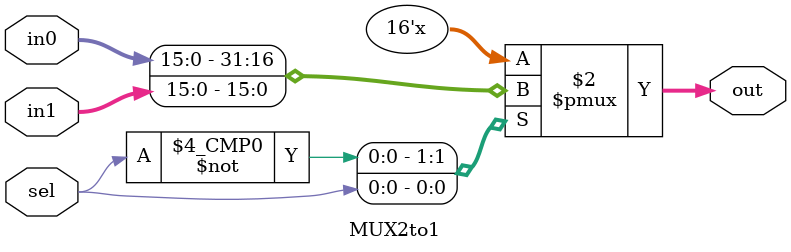
<source format=v>
module MUX2to1 (
    input [15:0] in0,    
    input [15:0] in1,    
    input sel,     
    output reg [15:0] out 
);

    always @(*) begin
        case (sel)
            1'b0: out = in0;
            1'b1: out = in1;   
            default: out = 16'b0;
        endcase
    end

endmodule 


 

 
 
 
 
</source>
